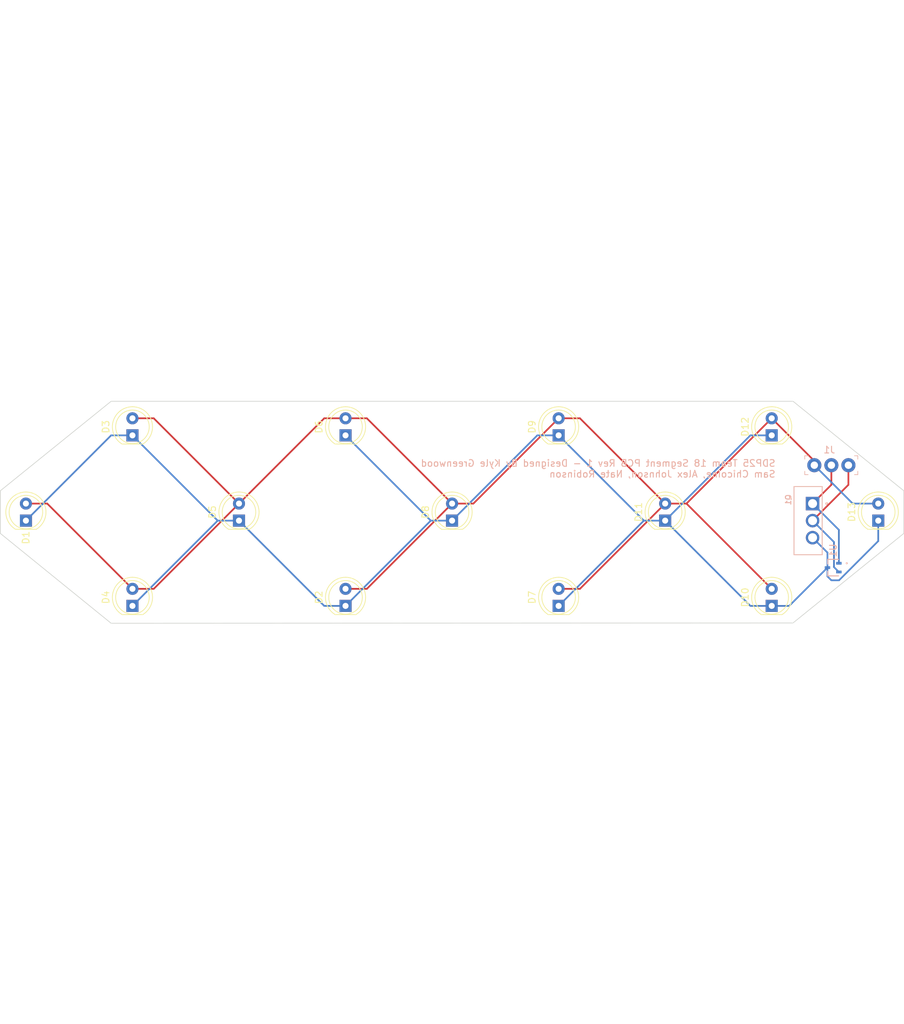
<source format=kicad_pcb>
(kicad_pcb (version 20221018) (generator pcbnew)
  (layers (0 "F.Cu" signal) (31 "B.Cu" signal) (34 "B.Paste" user) (35 "F.Paste" user) (36 "B.SilkS" user "B.Silkscreen") (37 "F.SilkS" user "F.Silkscreen") (38 "B.Mask" user) (39 "F.Mask" user) (44 "Edge.Cuts" user))
  (net 0 "")
  (net 1 "Net-(D1-K)")
  (net 2 "Net-(D1-A)")
  (net 3 "Net-(U1-D)")
  (net 4 "Net-(U1-G)")
  (footprint "LED_THT:LED_D5.0mm" (layer "F.Cu") (at 60.96 104.14 90)
    (fp_text reference "D1" (at -2.545 0 90) (layer "F.SilkS"))
    (fp_text value "LED")
    (fp_line (start -1.29 -1.545) (end -1.29 1.545) (stroke (width 0.12)) (layer "F.SilkS"))
    (fp_arc (start -1.29 -1.54483) (mid 2.072002 -2.880433) (end 4.26 0.000462) (stroke (width 0.12)) (layer "F.SilkS"))
    (fp_arc (start 4.26 -0.000462) (mid 2.072002 2.880433) (end -1.29 1.54483) (stroke (width 0.12)) (layer "F.SilkS"))
    (fp_circle (center 1.27 0) (end 3.77 0) (stroke (width 0.12)) (fill none) (layer "F.SilkS"))
    (pad "1" thru_hole rect (at 0 0 90) (size 1.8 1.8) (drill 0.9) (layers "*.Cu" "*.Mask") (net 1 "Net-(D1-K)"))
    (pad "2" thru_hole circle (at 2.54 0 90) (size 1.8 1.8) (drill 0.9) (layers "*.Cu" "*.Mask") (net 2 "Net-(D1-A)"))
  )
  (footprint "MountingHole:MountingHole_2.2mm_M2" (layer "F.Cu") (at 170.18 102.87 90)
    (fp_text reference "REF**" hide)
    (fp_text value "MountingHole_2.2mm_M2")
    (pad "" np_thru_hole circle (at 0 0 90) (size 2.2 2.2) (drill 2.2) (layers "F&B.Cu" "*.Mask"))
  )
  (footprint "LED_THT:LED_D5.0mm" (layer "F.Cu") (at 187.96 104.14 90)
    (fp_text reference "D13" (at 1.27 -3.96 90) (layer "F.SilkS"))
    (fp_text value "LED")
    (fp_line (start -1.29 -1.545) (end -1.29 1.545) (stroke (width 0.12)) (layer "F.SilkS"))
    (fp_arc (start -1.29 -1.54483) (mid 2.072002 -2.880433) (end 4.26 0.000462) (stroke (width 0.12)) (layer "F.SilkS"))
    (fp_arc (start 4.26 -0.000462) (mid 2.072002 2.880433) (end -1.29 1.54483) (stroke (width 0.12)) (layer "F.SilkS"))
    (fp_circle (center 1.27 0) (end 3.77 0) (stroke (width 0.12)) (fill none) (layer "F.SilkS"))
    (pad "1" thru_hole rect (at 0 0 90) (size 1.8 1.8) (drill 0.9) (layers "*.Cu" "*.Mask") (net 1 "Net-(D1-K)"))
    (pad "2" thru_hole circle (at 2.54 0 90) (size 1.8 1.8) (drill 0.9) (layers "*.Cu" "*.Mask") (net 2 "Net-(D1-A)"))
  )
  (footprint "LED_THT:LED_D5.0mm" (layer "F.Cu") (at 172.085 91.44 90)
    (fp_text reference "D12" (at 1.27 -3.96 90) (layer "F.SilkS"))
    (fp_text value "LED")
    (fp_line (start -1.29 -1.545) (end -1.29 1.545) (stroke (width 0.12)) (layer "F.SilkS"))
    (fp_arc (start -1.29 -1.54483) (mid 2.072002 -2.880433) (end 4.26 0.000462) (stroke (width 0.12)) (layer "F.SilkS"))
    (fp_arc (start 4.26 -0.000462) (mid 2.072002 2.880433) (end -1.29 1.54483) (stroke (width 0.12)) (layer "F.SilkS"))
    (fp_circle (center 1.27 0) (end 3.77 0) (stroke (width 0.12)) (fill none) (layer "F.SilkS"))
    (pad "1" thru_hole rect (at 0 0 90) (size 1.8 1.8) (drill 0.9) (layers "*.Cu" "*.Mask") (net 1 "Net-(D1-K)"))
    (pad "2" thru_hole circle (at 2.54 0 90) (size 1.8 1.8) (drill 0.9) (layers "*.Cu" "*.Mask") (net 2 "Net-(D1-A)"))
  )
  (footprint "LED_THT:LED_D5.0mm" (layer "F.Cu") (at 156.21 104.14 90)
    (fp_text reference "D11" (at 1.27 -3.96 90) (layer "F.SilkS"))
    (fp_text value "LED")
    (fp_line (start -1.29 -1.545) (end -1.29 1.545) (stroke (width 0.12)) (layer "F.SilkS"))
    (fp_arc (start -1.29 -1.54483) (mid 2.072002 -2.880433) (end 4.26 0.000462) (stroke (width 0.12)) (layer "F.SilkS"))
    (fp_arc (start 4.26 -0.000462) (mid 2.072002 2.880433) (end -1.29 1.54483) (stroke (width 0.12)) (layer "F.SilkS"))
    (fp_circle (center 1.27 0) (end 3.77 0) (stroke (width 0.12)) (fill none) (layer "F.SilkS"))
    (pad "1" thru_hole rect (at 0 0 90) (size 1.8 1.8) (drill 0.9) (layers "*.Cu" "*.Mask") (net 1 "Net-(D1-K)"))
    (pad "2" thru_hole circle (at 2.54 0 90) (size 1.8 1.8) (drill 0.9) (layers "*.Cu" "*.Mask") (net 2 "Net-(D1-A)"))
  )
  (footprint "LED_THT:LED_D5.0mm" (layer "F.Cu") (at 76.835 91.44 90)
    (fp_text reference "D3" (at 1.27 -3.96 90) (layer "F.SilkS"))
    (fp_text value "LED")
    (fp_line (start -1.29 -1.545) (end -1.29 1.545) (stroke (width 0.12)) (layer "F.SilkS"))
    (fp_arc (start -1.29 -1.54483) (mid 2.072002 -2.880433) (end 4.26 0.000462) (stroke (width 0.12)) (layer "F.SilkS"))
    (fp_arc (start 4.26 -0.000462) (mid 2.072002 2.880433) (end -1.29 1.54483) (stroke (width 0.12)) (layer "F.SilkS"))
    (fp_circle (center 1.27 0) (end 3.77 0) (stroke (width 0.12)) (fill none) (layer "F.SilkS"))
    (pad "1" thru_hole rect (at 0 0 90) (size 1.8 1.8) (drill 0.9) (layers "*.Cu" "*.Mask") (net 1 "Net-(D1-K)"))
    (pad "2" thru_hole circle (at 2.54 0 90) (size 1.8 1.8) (drill 0.9) (layers "*.Cu" "*.Mask") (net 2 "Net-(D1-A)"))
  )
  (footprint "LED_THT:LED_D5.0mm" (layer "F.Cu") (at 140.335 116.84 90)
    (fp_text reference "D7" (at 1.27 -3.96 90) (layer "F.SilkS"))
    (fp_text value "LED")
    (fp_line (start -1.29 -1.545) (end -1.29 1.545) (stroke (width 0.12)) (layer "F.SilkS"))
    (fp_arc (start -1.29 -1.54483) (mid 2.072002 -2.880433) (end 4.26 0.000462) (stroke (width 0.12)) (layer "F.SilkS"))
    (fp_arc (start 4.26 -0.000462) (mid 2.072002 2.880433) (end -1.29 1.54483) (stroke (width 0.12)) (layer "F.SilkS"))
    (fp_circle (center 1.27 0) (end 3.77 0) (stroke (width 0.12)) (fill none) (layer "F.SilkS"))
    (pad "1" thru_hole rect (at 0 0 90) (size 1.8 1.8) (drill 0.9) (layers "*.Cu" "*.Mask") (net 1 "Net-(D1-K)"))
    (pad "2" thru_hole circle (at 2.54 0 90) (size 1.8 1.8) (drill 0.9) (layers "*.Cu" "*.Mask") (net 2 "Net-(D1-A)"))
  )
  (footprint "LED_THT:LED_D5.0mm" (layer "F.Cu") (at 92.71 104.14 90)
    (fp_text reference "D5" (at 1.27 -3.96 90) (layer "F.SilkS"))
    (fp_text value "LED")
    (fp_line (start -1.29 -1.545) (end -1.29 1.545) (stroke (width 0.12)) (layer "F.SilkS"))
    (fp_arc (start -1.29 -1.54483) (mid 2.072002 -2.880433) (end 4.26 0.000462) (stroke (width 0.12)) (layer "F.SilkS"))
    (fp_arc (start 4.26 -0.000462) (mid 2.072002 2.880433) (end -1.29 1.54483) (stroke (width 0.12)) (layer "F.SilkS"))
    (fp_circle (center 1.27 0) (end 3.77 0) (stroke (width 0.12)) (fill none) (layer "F.SilkS"))
    (pad "1" thru_hole rect (at 0 0 90) (size 1.8 1.8) (drill 0.9) (layers "*.Cu" "*.Mask") (net 1 "Net-(D1-K)"))
    (pad "2" thru_hole circle (at 2.54 0 90) (size 1.8 1.8) (drill 0.9) (layers "*.Cu" "*.Mask") (net 2 "Net-(D1-A)"))
  )
  (footprint "LED_THT:LED_D5.0mm" (layer "F.Cu") (at 140.335 91.44 90)
    (fp_text reference "D9" (at 1.27 -3.96 90) (layer "F.SilkS"))
    (fp_text value "LED")
    (fp_line (start -1.29 -1.545) (end -1.29 1.545) (stroke (width 0.12)) (layer "F.SilkS"))
    (fp_arc (start -1.29 -1.54483) (mid 2.072002 -2.880433) (end 4.26 0.000462) (stroke (width 0.12)) (layer "F.SilkS"))
    (fp_arc (start 4.26 -0.000462) (mid 2.072002 2.880433) (end -1.29 1.54483) (stroke (width 0.12)) (layer "F.SilkS"))
    (fp_circle (center 1.27 0) (end 3.77 0) (stroke (width 0.12)) (fill none) (layer "F.SilkS"))
    (pad "1" thru_hole rect (at 0 0 90) (size 1.8 1.8) (drill 0.9) (layers "*.Cu" "*.Mask") (net 1 "Net-(D1-K)"))
    (pad "2" thru_hole circle (at 2.54 0 90) (size 1.8 1.8) (drill 0.9) (layers "*.Cu" "*.Mask") (net 2 "Net-(D1-A)"))
  )
  (footprint "LED_THT:LED_D5.0mm" (layer "F.Cu") (at 76.835 116.84 90)
    (fp_text reference "D4" (at 1.27 -3.96 90) (layer "F.SilkS"))
    (fp_text value "LED")
    (fp_line (start -1.29 -1.545) (end -1.29 1.545) (stroke (width 0.12)) (layer "F.SilkS"))
    (fp_arc (start -1.29 -1.54483) (mid 2.072002 -2.880433) (end 4.26 0.000462) (stroke (width 0.12)) (layer "F.SilkS"))
    (fp_arc (start 4.26 -0.000462) (mid 2.072002 2.880433) (end -1.29 1.54483) (stroke (width 0.12)) (layer "F.SilkS"))
    (fp_circle (center 1.27 0) (end 3.77 0) (stroke (width 0.12)) (fill none) (layer "F.SilkS"))
    (pad "1" thru_hole rect (at 0 0 90) (size 1.8 1.8) (drill 0.9) (layers "*.Cu" "*.Mask") (net 1 "Net-(D1-K)"))
    (pad "2" thru_hole circle (at 2.54 0 90) (size 1.8 1.8) (drill 0.9) (layers "*.Cu" "*.Mask") (net 2 "Net-(D1-A)"))
  )
  (footprint "MountingHole:MountingHole_2.2mm_M2" (layer "F.Cu") (at 74.93 102.87 90)
    (fp_text reference "REF**" hide)
    (fp_text value "MountingHole_2.2mm_M2")
    (pad "" np_thru_hole circle (at 0 0 90) (size 2.2 2.2) (drill 2.2) (layers "*.Cu" "*.Mask"))
  )
  (footprint "LED_THT:LED_D5.0mm" (layer "F.Cu") (at 108.585 91.44 90)
    (fp_text reference "D6" (at 1.27 -3.96 90) (layer "F.SilkS"))
    (fp_text value "LED")
    (fp_line (start -1.29 -1.545) (end -1.29 1.545) (stroke (width 0.12)) (layer "F.SilkS"))
    (fp_arc (start -1.29 -1.54483) (mid 2.072002 -2.880433) (end 4.26 0.000462) (stroke (width 0.12)) (layer "F.SilkS"))
    (fp_arc (start 4.26 -0.000462) (mid 2.072002 2.880433) (end -1.29 1.54483) (stroke (width 0.12)) (layer "F.SilkS"))
    (fp_circle (center 1.27 0) (end 3.77 0) (stroke (width 0.12)) (fill none) (layer "F.SilkS"))
    (pad "1" thru_hole rect (at 0 0 90) (size 1.8 1.8) (drill 0.9) (layers "*.Cu" "*.Mask") (net 1 "Net-(D1-K)"))
    (pad "2" thru_hole circle (at 2.54 0 90) (size 1.8 1.8) (drill 0.9) (layers "*.Cu" "*.Mask") (net 2 "Net-(D1-A)"))
  )
  (footprint "LED_THT:LED_D5.0mm" (layer "F.Cu") (at 172.085 116.84 90)
    (fp_text reference "D10" (at 1.27 -3.96 90) (layer "F.SilkS"))
    (fp_text value "LED")
    (fp_line (start -1.29 -1.545) (end -1.29 1.545) (stroke (width 0.12)) (layer "F.SilkS"))
    (fp_arc (start -1.29 -1.54483) (mid 2.072002 -2.880433) (end 4.26 0.000462) (stroke (width 0.12)) (layer "F.SilkS"))
    (fp_arc (start 4.26 -0.000462) (mid 2.072002 2.880433) (end -1.29 1.54483) (stroke (width 0.12)) (layer "F.SilkS"))
    (fp_circle (center 1.27 0) (end 3.77 0) (stroke (width 0.12)) (fill none) (layer "F.SilkS"))
    (pad "1" thru_hole rect (at 0 0 90) (size 1.8 1.8) (drill 0.9) (layers "*.Cu" "*.Mask") (net 1 "Net-(D1-K)"))
    (pad "2" thru_hole circle (at 2.54 0 90) (size 1.8 1.8) (drill 0.9) (layers "*.Cu" "*.Mask") (net 2 "Net-(D1-A)"))
  )
  (footprint "LED_THT:LED_D5.0mm" (layer "F.Cu") (at 108.585 116.84 90)
    (fp_text reference "D2" (at 1.27 -3.96 90) (layer "F.SilkS"))
    (fp_text value "LED")
    (fp_line (start -1.29 -1.545) (end -1.29 1.545) (stroke (width 0.12)) (layer "F.SilkS"))
    (fp_arc (start -1.29 -1.54483) (mid 2.072002 -2.880433) (end 4.26 0.000462) (stroke (width 0.12)) (layer "F.SilkS"))
    (fp_arc (start 4.26 -0.000462) (mid 2.072002 2.880433) (end -1.29 1.54483) (stroke (width 0.12)) (layer "F.SilkS"))
    (fp_circle (center 1.27 0) (end 3.77 0) (stroke (width 0.12)) (fill none) (layer "F.SilkS"))
    (pad "1" thru_hole rect (at 0 0 90) (size 1.8 1.8) (drill 0.9) (layers "*.Cu" "*.Mask") (net 1 "Net-(D1-K)"))
    (pad "2" thru_hole circle (at 2.54 0 90) (size 1.8 1.8) (drill 0.9) (layers "*.Cu" "*.Mask") (net 2 "Net-(D1-A)"))
  )
  (footprint "LED_THT:LED_D5.0mm" (layer "F.Cu") (at 124.46 104.14 90)
    (fp_text reference "D8" (at 1.27 -3.96 90) (layer "F.SilkS"))
    (fp_text value "LED")
    (fp_line (start -1.29 -1.545) (end -1.29 1.545) (stroke (width 0.12)) (layer "F.SilkS"))
    (fp_arc (start -1.29 -1.54483) (mid 2.072002 -2.880433) (end 4.26 0.000462) (stroke (width 0.12)) (layer "F.SilkS"))
    (fp_arc (start 4.26 -0.000462) (mid 2.072002 2.880433) (end -1.29 1.54483) (stroke (width 0.12)) (layer "F.SilkS"))
    (fp_circle (center 1.27 0) (end 3.77 0) (stroke (width 0.12)) (fill none) (layer "F.SilkS"))
    (pad "1" thru_hole rect (at 0 0 90) (size 1.8 1.8) (drill 0.9) (layers "*.Cu" "*.Mask") (net 1 "Net-(D1-K)"))
    (pad "2" thru_hole circle (at 2.54 0 90) (size 1.8 1.8) (drill 0.9) (layers "*.Cu" "*.Mask") (net 2 "Net-(D1-A)"))
  )
  (footprint "digikey-footprints:PinHeader_1x3_P2.54_Drill1.1mm" (layer "B.Cu") (at 183.515 95.885 180)
    (fp_text reference "J1" (at 2.85 2.28) (layer "B.SilkS") (effects (justify mirror)))
    (fp_text value "61300311121")
    (fp_line (start -1.4 -1.4) (end -1.4 -0.9) (stroke (width 0.1)) (layer "B.SilkS"))
    (fp_line (start -1.4 -1.4) (end -0.9 -1.4) (stroke (width 0.1)) (layer "B.SilkS"))
    (fp_line (start -1.4 1.4) (end -1.4 0.9) (stroke (width 0.1)) (layer "B.SilkS"))
    (fp_line (start -1.4 1.4) (end -0.9 1.4) (stroke (width 0.1)) (layer "B.SilkS"))
    (fp_line (start 6.5 -1.4) (end 6 -1.4) (stroke (width 0.1)) (layer "B.SilkS"))
    (fp_line (start 6.5 -1.4) (end 6.5 -0.9) (stroke (width 0.1)) (layer "B.SilkS"))
    (fp_line (start 6.5 1.4) (end 6 1.4) (stroke (width 0.1)) (layer "B.SilkS"))
    (fp_line (start 6.5 1.4) (end 6.5 0.9) (stroke (width 0.1)) (layer "B.SilkS"))
    (pad "1" thru_hole circle (at 0 0 180) (size 2.1 2.1) (drill 1.1) (layers "*.Cu" "*.Mask") (net 3 "Net-(U1-D)"))
    (pad "2" thru_hole circle (at 2.54 0 180) (size 2.1 2.1) (drill 1.1) (layers "*.Cu" "*.Mask") (net 4 "Net-(U1-G)"))
    (pad "3" thru_hole circle (at 5.08 0 180) (size 2.1 2.1) (drill 1.1) (layers "*.Cu" "*.Mask") (net 2 "Net-(D1-A)"))
  )
  (footprint "DN2540N5_G:TO254P1066X482X2286-3" (layer "B.Cu") (at 178.1745 101.6 -90)
    (fp_text reference "Q1" (at -0.56 3.608 -270) (layer "B.SilkS") (effects (font (size 0.8 0.8)) (justify mirror)))
    (fp_text value "DN2540N5-G")
    (fp_line (start -2.54 -1.43) (end 7.62 -1.43) (stroke (width 0.127)) (layer "B.SilkS"))
    (fp_line (start -2.54 2.77) (end -2.54 -1.43) (stroke (width 0.127)) (layer "B.SilkS"))
    (fp_line (start -2.54 2.77) (end 7.62 2.77) (stroke (width 0.127)) (layer "B.SilkS"))
    (fp_line (start 7.62 2.77) (end 7.62 -1.43) (stroke (width 0.127)) (layer "B.SilkS"))
    (fp_circle (center 0 -2.1) (end 0.1 -2.1) (stroke (width 0.2)) (fill none) (layer "B.SilkS"))
    (pad "1" thru_hole rect (at 0 0 270) (size 2.01 2.01) (drill 1.34) (layers "*.Cu" "*.Mask") (net 4 "Net-(U1-G)"))
    (pad "2" thru_hole circle (at 2.54 0 270) (size 2.01 2.01) (drill 1.34) (layers "*.Cu" "*.Mask") (net 3 "Net-(U1-D)"))
    (pad "3" thru_hole circle (at 5.08 0 270) (size 2.01 2.01) (drill 1.34) (layers "*.Cu" "*.Mask") (net 1 "Net-(D1-K)"))
  )
  (footprint "footprints:SOT_12UW-7_DIO-L" (layer "B.Cu") (at 181.2417 111.139999 -90)
    (fp_text reference "U1" (at -2.554999 0 -270 unlocked) (layer "B.SilkS") (effects (justify mirror)))
    (fp_text value "DMG1012UW-7")
    (fp_line (start -1.2319 0.8001) (end -1.2319 -0.8001) (stroke (width 0.1524)) (layer "B.SilkS"))
    (fp_line (start -0.53594 0.8001) (end -1.2319 0.8001) (stroke (width 0.1524)) (layer "B.SilkS"))
    (fp_line (start 1.2319 -0.8001) (end 1.2319 0.8001) (stroke (width 0.1524)) (layer "B.SilkS"))
    (fp_line (start 1.2319 0.8001) (end 0.53594 0.8001) (stroke (width 0.1524)) (layer "B.SilkS"))
    (fp_circle (center -0.65 -2.0193) (end -0.5738 -2.0193) (stroke (width 0.1524)) (fill none) (layer "B.SilkS"))
    (pad "1" smd rect (at -0.649999 -0.8509 270) (size 0.4064 0.8128) (layers "B.Cu" "B.Paste" "B.Mask") (net 4 "Net-(U1-G)"))
    (pad "2" smd rect (at 0.649999 -0.8509 270) (size 0.4064 0.8128) (layers "B.Cu" "B.Paste" "B.Mask") (net 3 "Net-(U1-D)"))
    (pad "3" smd rect (at 0 0.8509 270) (size 0.4064 0.8128) (layers "B.Cu" "B.Paste" "B.Mask") (net 1 "Net-(D1-K)"))
  )
  (gr_poly (pts (xy 57.15 99.695) (xy 73.66 86.36) (xy 175.26 86.36) (xy 191.77 99.695) (xy 191.77 106.045) (xy 175.26 119.38) (xy 73.66 119.43) (xy 57.15 106.045)) (stroke (width 0.1)) (fill none) (layer "Edge.Cuts"))
  (gr_text "SDP25 Team 18 Segment PCB Rev 1 - Designed By Kyle Greenwood\nSam Chicoine, Alex Johnson, Nate Robinson" (at 172.72 97.79) (layer "B.SilkS") (effects (font (size 1 1)) (justify left bottom mirror)))
  (segment (start 168.91 91.44) (end 156.21 104.14) (width 0.25) (layer "B.Cu") (net 1))
  (segment (start 124.46 104.14) (end 121.285 104.14) (width 0.25) (layer "B.Cu") (net 1))
  (segment (start 172.085 116.84) (end 174.690799 116.84) (width 0.25) (layer "B.Cu") (net 1))
  (segment (start 180.975 113.03) (end 180.3908 112.4458) (width 0.25) (layer "B.Cu") (net 1))
  (segment (start 172.085 116.84) (end 168.91 116.84) (width 0.25) (layer "B.Cu") (net 1))
  (segment (start 182.112198 113.03) (end 180.975 113.03) (width 0.25) (layer "B.Cu") (net 1))
  (segment (start 187.96 104.14) (end 187.96 107.182198) (width 0.25) (layer "B.Cu") (net 1))
  (segment (start 76.835 91.44) (end 89.535 104.14) (width 0.25) (layer "B.Cu") (net 1))
  (segment (start 76.835 91.44) (end 73.66 91.44) (width 0.25) (layer "B.Cu") (net 1))
  (segment (start 153.035 104.14) (end 140.335 91.44) (width 0.25) (layer "B.Cu") (net 1))
  (segment (start 137.16 91.44) (end 124.46 104.14) (width 0.25) (layer "B.Cu") (net 1))
  (segment (start 108.585 116.84) (end 105.41 116.84) (width 0.25) (layer "B.Cu") (net 1))
  (segment (start 140.335 91.44) (end 137.16 91.44) (width 0.25) (layer "B.Cu") (net 1))
  (segment (start 180.3908 108.8963) (end 180.3908 111.139999) (width 0.25) (layer "B.Cu") (net 1))
  (segment (start 121.285 104.14) (end 108.585 116.84) (width 0.25) (layer "B.Cu") (net 1))
  (segment (start 108.585 91.44) (end 121.285 104.14) (width 0.25) (layer "B.Cu") (net 1))
  (segment (start 174.690799 116.84) (end 179.420399 112.110399) (width 0.25) (layer "B.Cu") (net 1))
  (segment (start 73.66 91.44) (end 60.96 104.14) (width 0.25) (layer "B.Cu") (net 1))
  (segment (start 92.71 104.14) (end 89.535 104.14) (width 0.25) (layer "B.Cu") (net 1))
  (segment (start 187.96 107.182198) (end 182.112198 113.03) (width 0.25) (layer "B.Cu") (net 1))
  (segment (start 89.535 104.14) (end 76.835 116.84) (width 0.25) (layer "B.Cu") (net 1))
  (segment (start 140.335 116.84) (end 153.035 104.14) (width 0.25) (layer "B.Cu") (net 1))
  (segment (start 180.3908 112.4458) (end 180.3908 111.139999) (width 0.25) (layer "B.Cu") (net 1))
  (segment (start 178.1745 106.68) (end 180.3908 108.8963) (width 0.25) (layer "B.Cu") (net 1))
  (segment (start 172.085 91.44) (end 168.91 91.44) (width 0.25) (layer "B.Cu") (net 1))
  (segment (start 105.41 116.84) (end 92.71 104.14) (width 0.25) (layer "B.Cu") (net 1))
  (segment (start 168.91 116.84) (end 156.21 104.14) (width 0.25) (layer "B.Cu") (net 1))
  (segment (start 156.21 104.14) (end 153.035 104.14) (width 0.25) (layer "B.Cu") (net 1))
  (segment (start 179.420399 112.110399) (end 180.3908 111.139999) (width 0.25) (layer "B.Cu") (net 1))
  (segment (start 111.76 88.9) (end 108.585 88.9) (width 0.25) (layer "F.Cu") (net 2))
  (segment (start 80.01 88.9) (end 76.835 88.9) (width 0.25) (layer "F.Cu") (net 2))
  (segment (start 92.71 101.6) (end 80.01 88.9) (width 0.25) (layer "F.Cu") (net 2))
  (segment (start 140.335 88.9) (end 127.635 101.6) (width 0.25) (layer "F.Cu") (net 2))
  (segment (start 159.385 101.6) (end 156.21 101.6) (width 0.25) (layer "F.Cu") (net 2))
  (segment (start 108.585 88.9) (end 105.41 88.9) (width 0.25) (layer "F.Cu") (net 2))
  (segment (start 172.085 114.3) (end 159.385 101.6) (width 0.25) (layer "F.Cu") (net 2))
  (segment (start 172.085 88.9) (end 159.385 101.6) (width 0.25) (layer "F.Cu") (net 2))
  (segment (start 64.135 101.6) (end 60.96 101.6) (width 0.25) (layer "F.Cu") (net 2))
  (segment (start 76.835 114.3) (end 64.135 101.6) (width 0.25) (layer "F.Cu") (net 2))
  (segment (start 156.21 101.6) (end 143.51 114.3) (width 0.25) (layer "F.Cu") (net 2))
  (segment (start 105.41 88.9) (end 92.71 101.6) (width 0.25) (layer "F.Cu") (net 2))
  (segment (start 111.76 114.3) (end 108.585 114.3) (width 0.25) (layer "F.Cu") (net 2))
  (segment (start 178.435 95.25) (end 178.435 95.885) (width 0.25) (layer "F.Cu") (net 2))
  (segment (start 92.71 101.6) (end 80.01 114.3) (width 0.25) (layer "F.Cu") (net 2))
  (segment (start 124.46 101.6) (end 111.76 114.3) (width 0.25) (layer "F.Cu") (net 2))
  (segment (start 143.51 88.9) (end 140.335 88.9) (width 0.25) (layer "F.Cu") (net 2))
  (segment (start 80.01 114.3) (end 76.835 114.3) (width 0.25) (layer "F.Cu") (net 2))
  (segment (start 143.51 114.3) (end 140.335 114.3) (width 0.25) (layer "F.Cu") (net 2))
  (segment (start 156.21 101.6) (end 143.51 88.9) (width 0.25) (layer "F.Cu") (net 2))
  (segment (start 172.085 88.9) (end 178.435 95.25) (width 0.25) (layer "F.Cu") (net 2))
  (segment (start 127.635 101.6) (end 124.46 101.6) (width 0.25) (layer "F.Cu") (net 2))
  (segment (start 124.46 101.6) (end 111.76 88.9) (width 0.25) (layer "F.Cu") (net 2))
  (segment (start 178.435 95.885) (end 184.15 101.6) (width 0.25) (layer "B.Cu") (net 2))
  (segment (start 184.15 101.6) (end 187.96 101.6) (width 0.25) (layer "B.Cu") (net 2))
  (segment (start 183.515 98.7995) (end 178.1745 104.14) (width 0.25) (layer "F.Cu") (net 3))
  (segment (start 183.515 95.885) (end 183.515 98.7995) (width 0.25) (layer "F.Cu") (net 3))
  (segment (start 181.3612 111.058598) (end 182.0926 111.789998) (width 0.25) (layer "B.Cu") (net 3))
  (segment (start 178.1745 104.14) (end 181.3612 107.3267) (width 0.25) (layer "B.Cu") (net 3))
  (segment (start 181.3612 107.3267) (end 181.3612 111.058598) (width 0.25) (layer "B.Cu") (net 3))
  (segment (start 180.975 95.885) (end 180.975 98.7995) (width 0.25) (layer "F.Cu") (net 4))
  (segment (start 180.975 98.7995) (end 178.1745 101.6) (width 0.25) (layer "F.Cu") (net 4))
  (segment (start 178.1745 101.6) (end 182.0926 105.5181) (width 0.25) (layer "B.Cu") (net 4))
  (segment (start 182.0926 105.5181) (end 182.0926 110.49) (width 0.25) (layer "B.Cu") (net 4))
)
</source>
